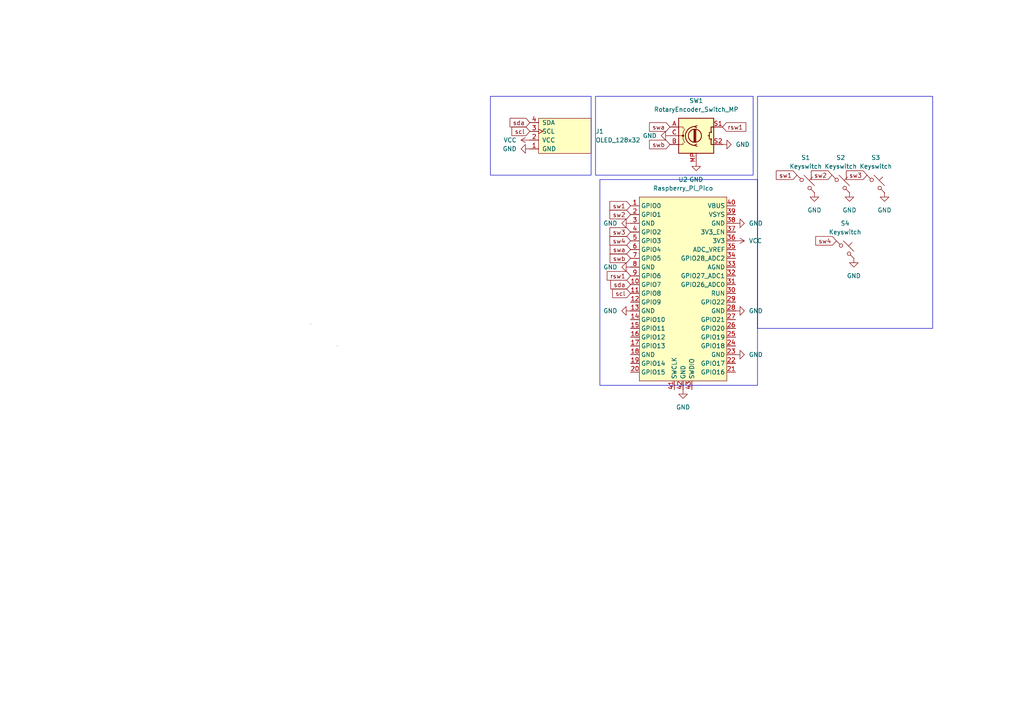
<source format=kicad_sch>
(kicad_sch
	(version 20250114)
	(generator "eeschema")
	(generator_version "9.0")
	(uuid "37873a99-26db-49f8-a232-87bd314608ad")
	(paper "A4")
	(lib_symbols
		(symbol "Device:RotaryEncoder_Switch_MP"
			(pin_names
				(offset 0.254)
				(hide yes)
			)
			(exclude_from_sim no)
			(in_bom yes)
			(on_board yes)
			(property "Reference" "SW"
				(at 0 8.89 0)
				(effects
					(font
						(size 1.27 1.27)
					)
				)
			)
			(property "Value" "RotaryEncoder_Switch_MP"
				(at 0 6.35 0)
				(effects
					(font
						(size 1.27 1.27)
					)
				)
			)
			(property "Footprint" ""
				(at -3.81 4.064 0)
				(effects
					(font
						(size 1.27 1.27)
					)
					(hide yes)
				)
			)
			(property "Datasheet" "~"
				(at 0 -12.7 0)
				(effects
					(font
						(size 1.27 1.27)
					)
					(hide yes)
				)
			)
			(property "Description" "Rotary encoder, dual channel, incremental quadrate outputs, with switch and MP Pin"
				(at 0 -15.24 0)
				(effects
					(font
						(size 1.27 1.27)
					)
					(hide yes)
				)
			)
			(property "ki_keywords" "rotary switch encoder switch push button"
				(at 0 0 0)
				(effects
					(font
						(size 1.27 1.27)
					)
					(hide yes)
				)
			)
			(property "ki_fp_filters" "RotaryEncoder*Switch*"
				(at 0 0 0)
				(effects
					(font
						(size 1.27 1.27)
					)
					(hide yes)
				)
			)
			(symbol "RotaryEncoder_Switch_MP_0_1"
				(rectangle
					(start -5.08 5.08)
					(end 5.08 -5.08)
					(stroke
						(width 0.254)
						(type default)
					)
					(fill
						(type background)
					)
				)
				(polyline
					(pts
						(xy -5.08 2.54) (xy -3.81 2.54) (xy -3.81 2.032)
					)
					(stroke
						(width 0)
						(type default)
					)
					(fill
						(type none)
					)
				)
				(polyline
					(pts
						(xy -5.08 0) (xy -3.81 0) (xy -3.81 -1.016) (xy -3.302 -2.032)
					)
					(stroke
						(width 0)
						(type default)
					)
					(fill
						(type none)
					)
				)
				(polyline
					(pts
						(xy -5.08 -2.54) (xy -3.81 -2.54) (xy -3.81 -2.032)
					)
					(stroke
						(width 0)
						(type default)
					)
					(fill
						(type none)
					)
				)
				(polyline
					(pts
						(xy -4.318 0) (xy -3.81 0) (xy -3.81 1.016) (xy -3.302 2.032)
					)
					(stroke
						(width 0)
						(type default)
					)
					(fill
						(type none)
					)
				)
				(circle
					(center -3.81 0)
					(radius 0.254)
					(stroke
						(width 0)
						(type default)
					)
					(fill
						(type outline)
					)
				)
				(polyline
					(pts
						(xy -0.635 -1.778) (xy -0.635 1.778)
					)
					(stroke
						(width 0.254)
						(type default)
					)
					(fill
						(type none)
					)
				)
				(circle
					(center -0.381 0)
					(radius 1.905)
					(stroke
						(width 0.254)
						(type default)
					)
					(fill
						(type none)
					)
				)
				(polyline
					(pts
						(xy -0.381 -1.778) (xy -0.381 1.778)
					)
					(stroke
						(width 0.254)
						(type default)
					)
					(fill
						(type none)
					)
				)
				(arc
					(start -0.381 -2.794)
					(mid -3.0988 -0.0635)
					(end -0.381 2.667)
					(stroke
						(width 0.254)
						(type default)
					)
					(fill
						(type none)
					)
				)
				(polyline
					(pts
						(xy -0.127 1.778) (xy -0.127 -1.778)
					)
					(stroke
						(width 0.254)
						(type default)
					)
					(fill
						(type none)
					)
				)
				(polyline
					(pts
						(xy 0.254 2.921) (xy -0.508 2.667) (xy 0.127 2.286)
					)
					(stroke
						(width 0.254)
						(type default)
					)
					(fill
						(type none)
					)
				)
				(polyline
					(pts
						(xy 0.254 -3.048) (xy -0.508 -2.794) (xy 0.127 -2.413)
					)
					(stroke
						(width 0.254)
						(type default)
					)
					(fill
						(type none)
					)
				)
				(polyline
					(pts
						(xy 3.81 1.016) (xy 3.81 -1.016)
					)
					(stroke
						(width 0.254)
						(type default)
					)
					(fill
						(type none)
					)
				)
				(polyline
					(pts
						(xy 3.81 0) (xy 3.429 0)
					)
					(stroke
						(width 0.254)
						(type default)
					)
					(fill
						(type none)
					)
				)
				(circle
					(center 4.318 1.016)
					(radius 0.127)
					(stroke
						(width 0.254)
						(type default)
					)
					(fill
						(type none)
					)
				)
				(circle
					(center 4.318 -1.016)
					(radius 0.127)
					(stroke
						(width 0.254)
						(type default)
					)
					(fill
						(type none)
					)
				)
				(polyline
					(pts
						(xy 5.08 2.54) (xy 4.318 2.54) (xy 4.318 1.016)
					)
					(stroke
						(width 0.254)
						(type default)
					)
					(fill
						(type none)
					)
				)
				(polyline
					(pts
						(xy 5.08 -2.54) (xy 4.318 -2.54) (xy 4.318 -1.016)
					)
					(stroke
						(width 0.254)
						(type default)
					)
					(fill
						(type none)
					)
				)
			)
			(symbol "RotaryEncoder_Switch_MP_1_1"
				(pin passive line
					(at -7.62 2.54 0)
					(length 2.54)
					(name "A"
						(effects
							(font
								(size 1.27 1.27)
							)
						)
					)
					(number "A"
						(effects
							(font
								(size 1.27 1.27)
							)
						)
					)
				)
				(pin passive line
					(at -7.62 0 0)
					(length 2.54)
					(name "C"
						(effects
							(font
								(size 1.27 1.27)
							)
						)
					)
					(number "C"
						(effects
							(font
								(size 1.27 1.27)
							)
						)
					)
				)
				(pin passive line
					(at -7.62 -2.54 0)
					(length 2.54)
					(name "B"
						(effects
							(font
								(size 1.27 1.27)
							)
						)
					)
					(number "B"
						(effects
							(font
								(size 1.27 1.27)
							)
						)
					)
				)
				(pin passive line
					(at 0 -7.62 90)
					(length 2.54)
					(name "MP"
						(effects
							(font
								(size 1.27 1.27)
							)
						)
					)
					(number "MP"
						(effects
							(font
								(size 1.27 1.27)
							)
						)
					)
				)
				(pin passive line
					(at 7.62 2.54 180)
					(length 2.54)
					(name "S1"
						(effects
							(font
								(size 1.27 1.27)
							)
						)
					)
					(number "S1"
						(effects
							(font
								(size 1.27 1.27)
							)
						)
					)
				)
				(pin passive line
					(at 7.62 -2.54 180)
					(length 2.54)
					(name "S2"
						(effects
							(font
								(size 1.27 1.27)
							)
						)
					)
					(number "S2"
						(effects
							(font
								(size 1.27 1.27)
							)
						)
					)
				)
			)
			(embedded_fonts no)
		)
		(symbol "ScottoKeebs:MCU_Raspberry_Pi_Pico"
			(exclude_from_sim no)
			(in_bom yes)
			(on_board yes)
			(property "Reference" "U"
				(at 0 0 0)
				(effects
					(font
						(size 1.27 1.27)
					)
				)
			)
			(property "Value" "Raspberry_Pi_Pico"
				(at 0 27.94 0)
				(effects
					(font
						(size 1.27 1.27)
					)
				)
			)
			(property "Footprint" "ScottoKeebs_MCU:Raspberry_Pi_Pico"
				(at 0 30.48 0)
				(effects
					(font
						(size 1.27 1.27)
					)
					(hide yes)
				)
			)
			(property "Datasheet" ""
				(at 0 0 0)
				(effects
					(font
						(size 1.27 1.27)
					)
					(hide yes)
				)
			)
			(property "Description" ""
				(at 0 0 0)
				(effects
					(font
						(size 1.27 1.27)
					)
					(hide yes)
				)
			)
			(symbol "MCU_Raspberry_Pi_Pico_0_1"
				(rectangle
					(start -12.7 26.67)
					(end 12.7 -26.67)
					(stroke
						(width 0)
						(type default)
					)
					(fill
						(type background)
					)
				)
			)
			(symbol "MCU_Raspberry_Pi_Pico_1_1"
				(pin bidirectional line
					(at -15.24 24.13 0)
					(length 2.54)
					(name "GPIO0"
						(effects
							(font
								(size 1.27 1.27)
							)
						)
					)
					(number "1"
						(effects
							(font
								(size 1.27 1.27)
							)
						)
					)
				)
				(pin bidirectional line
					(at -15.24 21.59 0)
					(length 2.54)
					(name "GPIO1"
						(effects
							(font
								(size 1.27 1.27)
							)
						)
					)
					(number "2"
						(effects
							(font
								(size 1.27 1.27)
							)
						)
					)
				)
				(pin power_in line
					(at -15.24 19.05 0)
					(length 2.54)
					(name "GND"
						(effects
							(font
								(size 1.27 1.27)
							)
						)
					)
					(number "3"
						(effects
							(font
								(size 1.27 1.27)
							)
						)
					)
				)
				(pin bidirectional line
					(at -15.24 16.51 0)
					(length 2.54)
					(name "GPIO2"
						(effects
							(font
								(size 1.27 1.27)
							)
						)
					)
					(number "4"
						(effects
							(font
								(size 1.27 1.27)
							)
						)
					)
				)
				(pin bidirectional line
					(at -15.24 13.97 0)
					(length 2.54)
					(name "GPIO3"
						(effects
							(font
								(size 1.27 1.27)
							)
						)
					)
					(number "5"
						(effects
							(font
								(size 1.27 1.27)
							)
						)
					)
				)
				(pin bidirectional line
					(at -15.24 11.43 0)
					(length 2.54)
					(name "GPIO4"
						(effects
							(font
								(size 1.27 1.27)
							)
						)
					)
					(number "6"
						(effects
							(font
								(size 1.27 1.27)
							)
						)
					)
				)
				(pin bidirectional line
					(at -15.24 8.89 0)
					(length 2.54)
					(name "GPIO5"
						(effects
							(font
								(size 1.27 1.27)
							)
						)
					)
					(number "7"
						(effects
							(font
								(size 1.27 1.27)
							)
						)
					)
				)
				(pin power_in line
					(at -15.24 6.35 0)
					(length 2.54)
					(name "GND"
						(effects
							(font
								(size 1.27 1.27)
							)
						)
					)
					(number "8"
						(effects
							(font
								(size 1.27 1.27)
							)
						)
					)
				)
				(pin bidirectional line
					(at -15.24 3.81 0)
					(length 2.54)
					(name "GPIO6"
						(effects
							(font
								(size 1.27 1.27)
							)
						)
					)
					(number "9"
						(effects
							(font
								(size 1.27 1.27)
							)
						)
					)
				)
				(pin bidirectional line
					(at -15.24 1.27 0)
					(length 2.54)
					(name "GPIO7"
						(effects
							(font
								(size 1.27 1.27)
							)
						)
					)
					(number "10"
						(effects
							(font
								(size 1.27 1.27)
							)
						)
					)
				)
				(pin bidirectional line
					(at -15.24 -1.27 0)
					(length 2.54)
					(name "GPIO8"
						(effects
							(font
								(size 1.27 1.27)
							)
						)
					)
					(number "11"
						(effects
							(font
								(size 1.27 1.27)
							)
						)
					)
				)
				(pin bidirectional line
					(at -15.24 -3.81 0)
					(length 2.54)
					(name "GPIO9"
						(effects
							(font
								(size 1.27 1.27)
							)
						)
					)
					(number "12"
						(effects
							(font
								(size 1.27 1.27)
							)
						)
					)
				)
				(pin power_in line
					(at -15.24 -6.35 0)
					(length 2.54)
					(name "GND"
						(effects
							(font
								(size 1.27 1.27)
							)
						)
					)
					(number "13"
						(effects
							(font
								(size 1.27 1.27)
							)
						)
					)
				)
				(pin bidirectional line
					(at -15.24 -8.89 0)
					(length 2.54)
					(name "GPIO10"
						(effects
							(font
								(size 1.27 1.27)
							)
						)
					)
					(number "14"
						(effects
							(font
								(size 1.27 1.27)
							)
						)
					)
				)
				(pin bidirectional line
					(at -15.24 -11.43 0)
					(length 2.54)
					(name "GPIO11"
						(effects
							(font
								(size 1.27 1.27)
							)
						)
					)
					(number "15"
						(effects
							(font
								(size 1.27 1.27)
							)
						)
					)
				)
				(pin bidirectional line
					(at -15.24 -13.97 0)
					(length 2.54)
					(name "GPIO12"
						(effects
							(font
								(size 1.27 1.27)
							)
						)
					)
					(number "16"
						(effects
							(font
								(size 1.27 1.27)
							)
						)
					)
				)
				(pin bidirectional line
					(at -15.24 -16.51 0)
					(length 2.54)
					(name "GPIO13"
						(effects
							(font
								(size 1.27 1.27)
							)
						)
					)
					(number "17"
						(effects
							(font
								(size 1.27 1.27)
							)
						)
					)
				)
				(pin power_in line
					(at -15.24 -19.05 0)
					(length 2.54)
					(name "GND"
						(effects
							(font
								(size 1.27 1.27)
							)
						)
					)
					(number "18"
						(effects
							(font
								(size 1.27 1.27)
							)
						)
					)
				)
				(pin bidirectional line
					(at -15.24 -21.59 0)
					(length 2.54)
					(name "GPIO14"
						(effects
							(font
								(size 1.27 1.27)
							)
						)
					)
					(number "19"
						(effects
							(font
								(size 1.27 1.27)
							)
						)
					)
				)
				(pin bidirectional line
					(at -15.24 -24.13 0)
					(length 2.54)
					(name "GPIO15"
						(effects
							(font
								(size 1.27 1.27)
							)
						)
					)
					(number "20"
						(effects
							(font
								(size 1.27 1.27)
							)
						)
					)
				)
				(pin input line
					(at -2.54 -29.21 90)
					(length 2.54)
					(name "SWCLK"
						(effects
							(font
								(size 1.27 1.27)
							)
						)
					)
					(number "41"
						(effects
							(font
								(size 1.27 1.27)
							)
						)
					)
				)
				(pin power_in line
					(at 0 -29.21 90)
					(length 2.54)
					(name "GND"
						(effects
							(font
								(size 1.27 1.27)
							)
						)
					)
					(number "42"
						(effects
							(font
								(size 1.27 1.27)
							)
						)
					)
				)
				(pin bidirectional line
					(at 2.54 -29.21 90)
					(length 2.54)
					(name "SWDIO"
						(effects
							(font
								(size 1.27 1.27)
							)
						)
					)
					(number "43"
						(effects
							(font
								(size 1.27 1.27)
							)
						)
					)
				)
				(pin power_in line
					(at 15.24 24.13 180)
					(length 2.54)
					(name "VBUS"
						(effects
							(font
								(size 1.27 1.27)
							)
						)
					)
					(number "40"
						(effects
							(font
								(size 1.27 1.27)
							)
						)
					)
				)
				(pin power_in line
					(at 15.24 21.59 180)
					(length 2.54)
					(name "VSYS"
						(effects
							(font
								(size 1.27 1.27)
							)
						)
					)
					(number "39"
						(effects
							(font
								(size 1.27 1.27)
							)
						)
					)
				)
				(pin bidirectional line
					(at 15.24 19.05 180)
					(length 2.54)
					(name "GND"
						(effects
							(font
								(size 1.27 1.27)
							)
						)
					)
					(number "38"
						(effects
							(font
								(size 1.27 1.27)
							)
						)
					)
				)
				(pin input line
					(at 15.24 16.51 180)
					(length 2.54)
					(name "3V3_EN"
						(effects
							(font
								(size 1.27 1.27)
							)
						)
					)
					(number "37"
						(effects
							(font
								(size 1.27 1.27)
							)
						)
					)
				)
				(pin power_in line
					(at 15.24 13.97 180)
					(length 2.54)
					(name "3V3"
						(effects
							(font
								(size 1.27 1.27)
							)
						)
					)
					(number "36"
						(effects
							(font
								(size 1.27 1.27)
							)
						)
					)
				)
				(pin power_in line
					(at 15.24 11.43 180)
					(length 2.54)
					(name "ADC_VREF"
						(effects
							(font
								(size 1.27 1.27)
							)
						)
					)
					(number "35"
						(effects
							(font
								(size 1.27 1.27)
							)
						)
					)
				)
				(pin bidirectional line
					(at 15.24 8.89 180)
					(length 2.54)
					(name "GPIO28_ADC2"
						(effects
							(font
								(size 1.27 1.27)
							)
						)
					)
					(number "34"
						(effects
							(font
								(size 1.27 1.27)
							)
						)
					)
				)
				(pin power_in line
					(at 15.24 6.35 180)
					(length 2.54)
					(name "AGND"
						(effects
							(font
								(size 1.27 1.27)
							)
						)
					)
					(number "33"
						(effects
							(font
								(size 1.27 1.27)
							)
						)
					)
				)
				(pin bidirectional line
					(at 15.24 3.81 180)
					(length 2.54)
					(name "GPIO27_ADC1"
						(effects
							(font
								(size 1.27 1.27)
							)
						)
					)
					(number "32"
						(effects
							(font
								(size 1.27 1.27)
							)
						)
					)
				)
				(pin bidirectional line
					(at 15.24 1.27 180)
					(length 2.54)
					(name "GPIO26_ADC0"
						(effects
							(font
								(size 1.27 1.27)
							)
						)
					)
					(number "31"
						(effects
							(font
								(size 1.27 1.27)
							)
						)
					)
				)
				(pin input line
					(at 15.24 -1.27 180)
					(length 2.54)
					(name "RUN"
						(effects
							(font
								(size 1.27 1.27)
							)
						)
					)
					(number "30"
						(effects
							(font
								(size 1.27 1.27)
							)
						)
					)
				)
				(pin bidirectional line
					(at 15.24 -3.81 180)
					(length 2.54)
					(name "GPIO22"
						(effects
							(font
								(size 1.27 1.27)
							)
						)
					)
					(number "29"
						(effects
							(font
								(size 1.27 1.27)
							)
						)
					)
				)
				(pin power_in line
					(at 15.24 -6.35 180)
					(length 2.54)
					(name "GND"
						(effects
							(font
								(size 1.27 1.27)
							)
						)
					)
					(number "28"
						(effects
							(font
								(size 1.27 1.27)
							)
						)
					)
				)
				(pin bidirectional line
					(at 15.24 -8.89 180)
					(length 2.54)
					(name "GPIO21"
						(effects
							(font
								(size 1.27 1.27)
							)
						)
					)
					(number "27"
						(effects
							(font
								(size 1.27 1.27)
							)
						)
					)
				)
				(pin bidirectional line
					(at 15.24 -11.43 180)
					(length 2.54)
					(name "GPIO20"
						(effects
							(font
								(size 1.27 1.27)
							)
						)
					)
					(number "26"
						(effects
							(font
								(size 1.27 1.27)
							)
						)
					)
				)
				(pin bidirectional line
					(at 15.24 -13.97 180)
					(length 2.54)
					(name "GPIO19"
						(effects
							(font
								(size 1.27 1.27)
							)
						)
					)
					(number "25"
						(effects
							(font
								(size 1.27 1.27)
							)
						)
					)
				)
				(pin bidirectional line
					(at 15.24 -16.51 180)
					(length 2.54)
					(name "GPIO18"
						(effects
							(font
								(size 1.27 1.27)
							)
						)
					)
					(number "24"
						(effects
							(font
								(size 1.27 1.27)
							)
						)
					)
				)
				(pin power_in line
					(at 15.24 -19.05 180)
					(length 2.54)
					(name "GND"
						(effects
							(font
								(size 1.27 1.27)
							)
						)
					)
					(number "23"
						(effects
							(font
								(size 1.27 1.27)
							)
						)
					)
				)
				(pin bidirectional line
					(at 15.24 -21.59 180)
					(length 2.54)
					(name "GPIO17"
						(effects
							(font
								(size 1.27 1.27)
							)
						)
					)
					(number "22"
						(effects
							(font
								(size 1.27 1.27)
							)
						)
					)
				)
				(pin bidirectional line
					(at 15.24 -24.13 180)
					(length 2.54)
					(name "GPIO16"
						(effects
							(font
								(size 1.27 1.27)
							)
						)
					)
					(number "21"
						(effects
							(font
								(size 1.27 1.27)
							)
						)
					)
				)
			)
			(embedded_fonts no)
		)
		(symbol "ScottoKeebs:OLED_128x32"
			(pin_names
				(offset 1.016)
			)
			(exclude_from_sim no)
			(in_bom yes)
			(on_board yes)
			(property "Reference" "J"
				(at 0 -6.35 0)
				(effects
					(font
						(size 1.27 1.27)
					)
				)
			)
			(property "Value" "OLED_128x32"
				(at 0 6.35 0)
				(effects
					(font
						(size 1.27 1.27)
					)
				)
			)
			(property "Footprint" "ScottoKeebs_Components:OLED_128x32"
				(at 0 8.89 0)
				(effects
					(font
						(size 1.27 1.27)
					)
					(hide yes)
				)
			)
			(property "Datasheet" ""
				(at 0 1.27 0)
				(effects
					(font
						(size 1.27 1.27)
					)
					(hide yes)
				)
			)
			(property "Description" ""
				(at 0 0 0)
				(effects
					(font
						(size 1.27 1.27)
					)
					(hide yes)
				)
			)
			(symbol "OLED_128x32_0_1"
				(rectangle
					(start 0 5.08)
					(end 15.24 -5.08)
					(stroke
						(width 0)
						(type default)
					)
					(fill
						(type background)
					)
				)
			)
			(symbol "OLED_128x32_1_1"
				(pin bidirectional line
					(at -2.54 3.81 0)
					(length 2.54)
					(name "SDA"
						(effects
							(font
								(size 1.27 1.27)
							)
						)
					)
					(number "4"
						(effects
							(font
								(size 1.27 1.27)
							)
						)
					)
				)
				(pin input clock
					(at -2.54 1.27 0)
					(length 2.54)
					(name "SCL"
						(effects
							(font
								(size 1.27 1.27)
							)
						)
					)
					(number "3"
						(effects
							(font
								(size 1.27 1.27)
							)
						)
					)
				)
				(pin power_in line
					(at -2.54 -1.27 0)
					(length 2.54)
					(name "VCC"
						(effects
							(font
								(size 1.27 1.27)
							)
						)
					)
					(number "2"
						(effects
							(font
								(size 1.27 1.27)
							)
						)
					)
				)
				(pin power_in line
					(at -2.54 -3.81 0)
					(length 2.54)
					(name "GND"
						(effects
							(font
								(size 1.27 1.27)
							)
						)
					)
					(number "1"
						(effects
							(font
								(size 1.27 1.27)
							)
						)
					)
				)
			)
			(embedded_fonts no)
		)
		(symbol "ScottoKeebs:Placeholder_Keyswitch"
			(pin_numbers
				(hide yes)
			)
			(pin_names
				(offset 1.016)
				(hide yes)
			)
			(exclude_from_sim no)
			(in_bom yes)
			(on_board yes)
			(property "Reference" "S"
				(at 3.048 1.016 0)
				(effects
					(font
						(size 1.27 1.27)
					)
					(justify left)
				)
			)
			(property "Value" "Keyswitch"
				(at 0 -3.81 0)
				(effects
					(font
						(size 1.27 1.27)
					)
				)
			)
			(property "Footprint" ""
				(at 0 0 0)
				(effects
					(font
						(size 1.27 1.27)
					)
					(hide yes)
				)
			)
			(property "Datasheet" "~"
				(at 0 0 0)
				(effects
					(font
						(size 1.27 1.27)
					)
					(hide yes)
				)
			)
			(property "Description" "Push button switch, normally open, two pins, 45° tilted"
				(at 0 0 0)
				(effects
					(font
						(size 1.27 1.27)
					)
					(hide yes)
				)
			)
			(property "ki_keywords" "switch normally-open pushbutton push-button"
				(at 0 0 0)
				(effects
					(font
						(size 1.27 1.27)
					)
					(hide yes)
				)
			)
			(symbol "Placeholder_Keyswitch_0_1"
				(polyline
					(pts
						(xy -2.54 2.54) (xy -1.524 1.524) (xy -1.524 1.524)
					)
					(stroke
						(width 0)
						(type default)
					)
					(fill
						(type none)
					)
				)
				(circle
					(center -1.1684 1.1684)
					(radius 0.508)
					(stroke
						(width 0)
						(type default)
					)
					(fill
						(type none)
					)
				)
				(polyline
					(pts
						(xy -0.508 2.54) (xy 2.54 -0.508)
					)
					(stroke
						(width 0)
						(type default)
					)
					(fill
						(type none)
					)
				)
				(polyline
					(pts
						(xy 1.016 1.016) (xy 2.032 2.032)
					)
					(stroke
						(width 0)
						(type default)
					)
					(fill
						(type none)
					)
				)
				(circle
					(center 1.143 -1.1938)
					(radius 0.508)
					(stroke
						(width 0)
						(type default)
					)
					(fill
						(type none)
					)
				)
				(polyline
					(pts
						(xy 1.524 -1.524) (xy 2.54 -2.54) (xy 2.54 -2.54) (xy 2.54 -2.54)
					)
					(stroke
						(width 0)
						(type default)
					)
					(fill
						(type none)
					)
				)
				(pin passive line
					(at -2.54 2.54 0)
					(length 0)
					(name "1"
						(effects
							(font
								(size 1.27 1.27)
							)
						)
					)
					(number "1"
						(effects
							(font
								(size 1.27 1.27)
							)
						)
					)
				)
				(pin passive line
					(at 2.54 -2.54 180)
					(length 0)
					(name "2"
						(effects
							(font
								(size 1.27 1.27)
							)
						)
					)
					(number "2"
						(effects
							(font
								(size 1.27 1.27)
							)
						)
					)
				)
			)
			(embedded_fonts no)
		)
		(symbol "power:GND"
			(power)
			(pin_numbers
				(hide yes)
			)
			(pin_names
				(offset 0)
				(hide yes)
			)
			(exclude_from_sim no)
			(in_bom yes)
			(on_board yes)
			(property "Reference" "#PWR"
				(at 0 -6.35 0)
				(effects
					(font
						(size 1.27 1.27)
					)
					(hide yes)
				)
			)
			(property "Value" "GND"
				(at 0 -3.81 0)
				(effects
					(font
						(size 1.27 1.27)
					)
				)
			)
			(property "Footprint" ""
				(at 0 0 0)
				(effects
					(font
						(size 1.27 1.27)
					)
					(hide yes)
				)
			)
			(property "Datasheet" ""
				(at 0 0 0)
				(effects
					(font
						(size 1.27 1.27)
					)
					(hide yes)
				)
			)
			(property "Description" "Power symbol creates a global label with name \"GND\" , ground"
				(at 0 0 0)
				(effects
					(font
						(size 1.27 1.27)
					)
					(hide yes)
				)
			)
			(property "ki_keywords" "global power"
				(at 0 0 0)
				(effects
					(font
						(size 1.27 1.27)
					)
					(hide yes)
				)
			)
			(symbol "GND_0_1"
				(polyline
					(pts
						(xy 0 0) (xy 0 -1.27) (xy 1.27 -1.27) (xy 0 -2.54) (xy -1.27 -1.27) (xy 0 -1.27)
					)
					(stroke
						(width 0)
						(type default)
					)
					(fill
						(type none)
					)
				)
			)
			(symbol "GND_1_1"
				(pin power_in line
					(at 0 0 270)
					(length 0)
					(name "~"
						(effects
							(font
								(size 1.27 1.27)
							)
						)
					)
					(number "1"
						(effects
							(font
								(size 1.27 1.27)
							)
						)
					)
				)
			)
			(embedded_fonts no)
		)
		(symbol "power:VCC"
			(power)
			(pin_numbers
				(hide yes)
			)
			(pin_names
				(offset 0)
				(hide yes)
			)
			(exclude_from_sim no)
			(in_bom yes)
			(on_board yes)
			(property "Reference" "#PWR"
				(at 0 -3.81 0)
				(effects
					(font
						(size 1.27 1.27)
					)
					(hide yes)
				)
			)
			(property "Value" "VCC"
				(at 0 3.556 0)
				(effects
					(font
						(size 1.27 1.27)
					)
				)
			)
			(property "Footprint" ""
				(at 0 0 0)
				(effects
					(font
						(size 1.27 1.27)
					)
					(hide yes)
				)
			)
			(property "Datasheet" ""
				(at 0 0 0)
				(effects
					(font
						(size 1.27 1.27)
					)
					(hide yes)
				)
			)
			(property "Description" "Power symbol creates a global label with name \"VCC\""
				(at 0 0 0)
				(effects
					(font
						(size 1.27 1.27)
					)
					(hide yes)
				)
			)
			(property "ki_keywords" "global power"
				(at 0 0 0)
				(effects
					(font
						(size 1.27 1.27)
					)
					(hide yes)
				)
			)
			(symbol "VCC_0_1"
				(polyline
					(pts
						(xy -0.762 1.27) (xy 0 2.54)
					)
					(stroke
						(width 0)
						(type default)
					)
					(fill
						(type none)
					)
				)
				(polyline
					(pts
						(xy 0 2.54) (xy 0.762 1.27)
					)
					(stroke
						(width 0)
						(type default)
					)
					(fill
						(type none)
					)
				)
				(polyline
					(pts
						(xy 0 0) (xy 0 2.54)
					)
					(stroke
						(width 0)
						(type default)
					)
					(fill
						(type none)
					)
				)
			)
			(symbol "VCC_1_1"
				(pin power_in line
					(at 0 0 90)
					(length 0)
					(name "~"
						(effects
							(font
								(size 1.27 1.27)
							)
						)
					)
					(number "1"
						(effects
							(font
								(size 1.27 1.27)
							)
						)
					)
				)
			)
			(embedded_fonts no)
		)
	)
	(rectangle
		(start 142.24 27.94)
		(end 171.45 50.8)
		(stroke
			(width 0)
			(type default)
		)
		(fill
			(type none)
		)
		(uuid 0659e053-306a-4450-a6c3-4f4654a0ebdf)
	)
	(rectangle
		(start 172.72 27.94)
		(end 218.44 50.8)
		(stroke
			(width 0)
			(type default)
		)
		(fill
			(type none)
		)
		(uuid 2c78669b-b624-4b16-bffc-f857f19631d7)
	)
	(rectangle
		(start 173.99 52.0701)
		(end 219.71 111.7599)
		(stroke
			(width 0)
			(type default)
		)
		(fill
			(type none)
		)
		(uuid 30bf6463-87c3-48a3-86ef-34bddca8fc38)
	)
	(rectangle
		(start 90.17 93.98)
		(end 90.17 93.98)
		(stroke
			(width 0)
			(type default)
		)
		(fill
			(type none)
		)
		(uuid 3ec89a50-d5cc-43c5-a054-7b5b68a6d9d6)
	)
	(rectangle
		(start 219.71 27.94)
		(end 270.51 95.25)
		(stroke
			(width 0)
			(type default)
		)
		(fill
			(type none)
		)
		(uuid 93efb3b9-0878-4103-b09d-de88628aebe8)
	)
	(rectangle
		(start 97.79 100.33)
		(end 97.79 100.33)
		(stroke
			(width 0)
			(type default)
		)
		(fill
			(type none)
		)
		(uuid b0ba5110-e52f-4a92-976c-e35ce03b28ad)
	)
	(global_label "sda"
		(shape input)
		(at 182.88 82.55 180)
		(fields_autoplaced yes)
		(effects
			(font
				(size 1.27 1.27)
			)
			(justify right)
		)
		(uuid "00a95a12-a485-4f17-b63b-2881e695bacb")
		(property "Intersheetrefs" "${INTERSHEET_REFS}"
			(at 176.5687 82.55 0)
			(effects
				(font
					(size 1.27 1.27)
				)
				(justify right)
				(hide yes)
			)
		)
	)
	(global_label "sw3"
		(shape input)
		(at 251.46 50.8 180)
		(fields_autoplaced yes)
		(effects
			(font
				(size 1.27 1.27)
			)
			(justify right)
		)
		(uuid "1290d4fe-bad0-4622-b053-dcd1219971d6")
		(property "Intersheetrefs" "${INTERSHEET_REFS}"
			(at 244.9067 50.8 0)
			(effects
				(font
					(size 1.27 1.27)
				)
				(justify right)
				(hide yes)
			)
		)
	)
	(global_label "swb"
		(shape input)
		(at 194.31 41.91 180)
		(fields_autoplaced yes)
		(effects
			(font
				(size 1.27 1.27)
			)
			(justify right)
		)
		(uuid "17c9afb4-3c04-44ef-b148-dec672c65886")
		(property "Intersheetrefs" "${INTERSHEET_REFS}"
			(at 187.8172 41.91 0)
			(effects
				(font
					(size 1.27 1.27)
				)
				(justify right)
				(hide yes)
			)
		)
	)
	(global_label "swa"
		(shape input)
		(at 194.31 36.83 180)
		(fields_autoplaced yes)
		(effects
			(font
				(size 1.27 1.27)
			)
			(justify right)
		)
		(uuid "29b15e78-8e82-4379-9689-caed7929fa4c")
		(property "Intersheetrefs" "${INTERSHEET_REFS}"
			(at 187.8172 36.83 0)
			(effects
				(font
					(size 1.27 1.27)
				)
				(justify right)
				(hide yes)
			)
		)
	)
	(global_label "scl"
		(shape input)
		(at 182.88 85.09 180)
		(fields_autoplaced yes)
		(effects
			(font
				(size 1.27 1.27)
			)
			(justify right)
		)
		(uuid "367efe1f-03cb-46e6-aef0-963158cffa1d")
		(property "Intersheetrefs" "${INTERSHEET_REFS}"
			(at 177.1129 85.09 0)
			(effects
				(font
					(size 1.27 1.27)
				)
				(justify right)
				(hide yes)
			)
		)
	)
	(global_label "rsw1"
		(shape input)
		(at 182.88 80.01 180)
		(fields_autoplaced yes)
		(effects
			(font
				(size 1.27 1.27)
			)
			(justify right)
		)
		(uuid "38057b21-a199-4c78-8d81-6d9cd5fde7b9")
		(property "Intersheetrefs" "${INTERSHEET_REFS}"
			(at 175.5405 80.01 0)
			(effects
				(font
					(size 1.27 1.27)
				)
				(justify right)
				(hide yes)
			)
		)
	)
	(global_label "swa"
		(shape input)
		(at 182.88 72.39 180)
		(fields_autoplaced yes)
		(effects
			(font
				(size 1.27 1.27)
			)
			(justify right)
		)
		(uuid "53fda811-f9fb-487a-a0e4-7aff0eceac49")
		(property "Intersheetrefs" "${INTERSHEET_REFS}"
			(at 176.3872 72.39 0)
			(effects
				(font
					(size 1.27 1.27)
				)
				(justify right)
				(hide yes)
			)
		)
	)
	(global_label "rsw1"
		(shape input)
		(at 209.55 36.83 0)
		(fields_autoplaced yes)
		(effects
			(font
				(size 1.27 1.27)
			)
			(justify left)
		)
		(uuid "8376504e-8036-40f0-af4a-8e10964a8a3b")
		(property "Intersheetrefs" "${INTERSHEET_REFS}"
			(at 216.8895 36.83 0)
			(effects
				(font
					(size 1.27 1.27)
				)
				(justify left)
				(hide yes)
			)
		)
	)
	(global_label "swb"
		(shape input)
		(at 182.88 74.93 180)
		(fields_autoplaced yes)
		(effects
			(font
				(size 1.27 1.27)
			)
			(justify right)
		)
		(uuid "95e2f9ea-f6bd-45cb-962c-a5532cf52743")
		(property "Intersheetrefs" "${INTERSHEET_REFS}"
			(at 176.3872 74.93 0)
			(effects
				(font
					(size 1.27 1.27)
				)
				(justify right)
				(hide yes)
			)
		)
	)
	(global_label "sw2"
		(shape input)
		(at 182.88 62.23 180)
		(fields_autoplaced yes)
		(effects
			(font
				(size 1.27 1.27)
			)
			(justify right)
		)
		(uuid "b3cd6c62-f5b5-44ae-9ffc-b1b3eb9a45be")
		(property "Intersheetrefs" "${INTERSHEET_REFS}"
			(at 176.3267 62.23 0)
			(effects
				(font
					(size 1.27 1.27)
				)
				(justify right)
				(hide yes)
			)
		)
	)
	(global_label "sda"
		(shape input)
		(at 153.67 35.56 180)
		(fields_autoplaced yes)
		(effects
			(font
				(size 1.27 1.27)
			)
			(justify right)
		)
		(uuid "b8b05586-21ca-4749-9862-e6ccacedc35d")
		(property "Intersheetrefs" "${INTERSHEET_REFS}"
			(at 147.3587 35.56 0)
			(effects
				(font
					(size 1.27 1.27)
				)
				(justify right)
				(hide yes)
			)
		)
	)
	(global_label "sw2"
		(shape input)
		(at 241.3 50.8 180)
		(fields_autoplaced yes)
		(effects
			(font
				(size 1.27 1.27)
			)
			(justify right)
		)
		(uuid "beddeb90-4ea4-4922-9e2a-86c526ce093c")
		(property "Intersheetrefs" "${INTERSHEET_REFS}"
			(at 234.7467 50.8 0)
			(effects
				(font
					(size 1.27 1.27)
				)
				(justify right)
				(hide yes)
			)
		)
	)
	(global_label "sw4"
		(shape input)
		(at 242.57 69.85 180)
		(fields_autoplaced yes)
		(effects
			(font
				(size 1.27 1.27)
			)
			(justify right)
		)
		(uuid "c8c11955-6ead-49e9-a793-a281a41559a8")
		(property "Intersheetrefs" "${INTERSHEET_REFS}"
			(at 236.0167 69.85 0)
			(effects
				(font
					(size 1.27 1.27)
				)
				(justify right)
				(hide yes)
			)
		)
	)
	(global_label "sw1"
		(shape input)
		(at 231.14 50.8 180)
		(fields_autoplaced yes)
		(effects
			(font
				(size 1.27 1.27)
			)
			(justify right)
		)
		(uuid "d325818c-e6d4-4602-99df-8581e5b0715c")
		(property "Intersheetrefs" "${INTERSHEET_REFS}"
			(at 224.5867 50.8 0)
			(effects
				(font
					(size 1.27 1.27)
				)
				(justify right)
				(hide yes)
			)
		)
	)
	(global_label "sw4"
		(shape input)
		(at 182.88 69.85 180)
		(fields_autoplaced yes)
		(effects
			(font
				(size 1.27 1.27)
			)
			(justify right)
		)
		(uuid "df67ac2b-9d03-4414-888c-8401fba9cd0b")
		(property "Intersheetrefs" "${INTERSHEET_REFS}"
			(at 176.3267 69.85 0)
			(effects
				(font
					(size 1.27 1.27)
				)
				(justify right)
				(hide yes)
			)
		)
	)
	(global_label "sw1"
		(shape input)
		(at 182.88 59.69 180)
		(fields_autoplaced yes)
		(effects
			(font
				(size 1.27 1.27)
			)
			(justify right)
		)
		(uuid "e42a08db-c177-413c-947f-0cef2b5900ec")
		(property "Intersheetrefs" "${INTERSHEET_REFS}"
			(at 176.3267 59.69 0)
			(effects
				(font
					(size 1.27 1.27)
				)
				(justify right)
				(hide yes)
			)
		)
	)
	(global_label "scl"
		(shape input)
		(at 153.67 38.1 180)
		(fields_autoplaced yes)
		(effects
			(font
				(size 1.27 1.27)
			)
			(justify right)
		)
		(uuid "ef138721-5e2f-452a-a8c4-0588ea365b65")
		(property "Intersheetrefs" "${INTERSHEET_REFS}"
			(at 147.9029 38.1 0)
			(effects
				(font
					(size 1.27 1.27)
				)
				(justify right)
				(hide yes)
			)
		)
	)
	(global_label "sw3"
		(shape input)
		(at 182.88 67.31 180)
		(fields_autoplaced yes)
		(effects
			(font
				(size 1.27 1.27)
			)
			(justify right)
		)
		(uuid "fb57f999-9d87-487b-aab7-0012965c45bb")
		(property "Intersheetrefs" "${INTERSHEET_REFS}"
			(at 176.3267 67.31 0)
			(effects
				(font
					(size 1.27 1.27)
				)
				(justify right)
				(hide yes)
			)
		)
	)
	(symbol
		(lib_id "ScottoKeebs:Placeholder_Keyswitch")
		(at 243.84 53.34 0)
		(unit 1)
		(exclude_from_sim no)
		(in_bom yes)
		(on_board yes)
		(dnp no)
		(fields_autoplaced yes)
		(uuid "08178a9d-7ea1-4080-bc20-b3f27dcafb29")
		(property "Reference" "S2"
			(at 243.84 45.72 0)
			(effects
				(font
					(size 1.27 1.27)
				)
			)
		)
		(property "Value" "Keyswitch"
			(at 243.84 48.26 0)
			(effects
				(font
					(size 1.27 1.27)
				)
			)
		)
		(property "Footprint" "ScottoKeebs_MX:MX_PCB_1.00u"
			(at 243.84 53.34 0)
			(effects
				(font
					(size 1.27 1.27)
				)
				(hide yes)
			)
		)
		(property "Datasheet" "~"
			(at 243.84 53.34 0)
			(effects
				(font
					(size 1.27 1.27)
				)
				(hide yes)
			)
		)
		(property "Description" "Push button switch, normally open, two pins, 45° tilted"
			(at 243.84 53.34 0)
			(effects
				(font
					(size 1.27 1.27)
				)
				(hide yes)
			)
		)
		(pin "1"
			(uuid "2ef5e380-fa40-45fa-9f90-4e68036f37c2")
		)
		(pin "2"
			(uuid "d8c7a16a-5848-4a0c-b99d-0a820c167e61")
		)
		(instances
			(project "6key pad"
				(path "/37873a99-26db-49f8-a232-87bd314608ad"
					(reference "S2")
					(unit 1)
				)
			)
		)
	)
	(symbol
		(lib_id "ScottoKeebs:Placeholder_Keyswitch")
		(at 233.68 53.34 0)
		(unit 1)
		(exclude_from_sim no)
		(in_bom yes)
		(on_board yes)
		(dnp no)
		(fields_autoplaced yes)
		(uuid "106ae058-79bc-4c83-97dd-3eceab06474a")
		(property "Reference" "S1"
			(at 233.68 45.72 0)
			(effects
				(font
					(size 1.27 1.27)
				)
			)
		)
		(property "Value" "Keyswitch"
			(at 233.68 48.26 0)
			(effects
				(font
					(size 1.27 1.27)
				)
			)
		)
		(property "Footprint" "ScottoKeebs_MX:MX_PCB_1.00u"
			(at 233.68 53.34 0)
			(effects
				(font
					(size 1.27 1.27)
				)
				(hide yes)
			)
		)
		(property "Datasheet" "~"
			(at 233.68 53.34 0)
			(effects
				(font
					(size 1.27 1.27)
				)
				(hide yes)
			)
		)
		(property "Description" "Push button switch, normally open, two pins, 45° tilted"
			(at 233.68 53.34 0)
			(effects
				(font
					(size 1.27 1.27)
				)
				(hide yes)
			)
		)
		(pin "1"
			(uuid "800a51d2-bae5-4be7-9ac8-1f5c22aac907")
		)
		(pin "2"
			(uuid "9dd5d114-d21e-42e5-8b37-b222af846545")
		)
		(instances
			(project ""
				(path "/37873a99-26db-49f8-a232-87bd314608ad"
					(reference "S1")
					(unit 1)
				)
			)
		)
	)
	(symbol
		(lib_id "power:GND")
		(at 182.88 77.47 270)
		(mirror x)
		(unit 1)
		(exclude_from_sim no)
		(in_bom yes)
		(on_board yes)
		(dnp no)
		(fields_autoplaced yes)
		(uuid "18a2cc88-1271-4a1d-bc30-487f73048a09")
		(property "Reference" "#PWR014"
			(at 176.53 77.47 0)
			(effects
				(font
					(size 1.27 1.27)
				)
				(hide yes)
			)
		)
		(property "Value" "GND"
			(at 179.07 77.4699 90)
			(effects
				(font
					(size 1.27 1.27)
				)
				(justify right)
			)
		)
		(property "Footprint" ""
			(at 182.88 77.47 0)
			(effects
				(font
					(size 1.27 1.27)
				)
				(hide yes)
			)
		)
		(property "Datasheet" ""
			(at 182.88 77.47 0)
			(effects
				(font
					(size 1.27 1.27)
				)
				(hide yes)
			)
		)
		(property "Description" "Power symbol creates a global label with name \"GND\" , ground"
			(at 182.88 77.47 0)
			(effects
				(font
					(size 1.27 1.27)
				)
				(hide yes)
			)
		)
		(pin "1"
			(uuid "9a38c4f3-1508-4115-97a1-76f3d0f161e7")
		)
		(instances
			(project ""
				(path "/37873a99-26db-49f8-a232-87bd314608ad"
					(reference "#PWR014")
					(unit 1)
				)
			)
		)
	)
	(symbol
		(lib_id "power:GND")
		(at 236.22 55.88 0)
		(unit 1)
		(exclude_from_sim no)
		(in_bom yes)
		(on_board yes)
		(dnp no)
		(fields_autoplaced yes)
		(uuid "25cb1755-1bf2-463e-900e-1ac5ffdd361b")
		(property "Reference" "#PWR03"
			(at 236.22 62.23 0)
			(effects
				(font
					(size 1.27 1.27)
				)
				(hide yes)
			)
		)
		(property "Value" "GND"
			(at 236.22 60.96 0)
			(effects
				(font
					(size 1.27 1.27)
				)
			)
		)
		(property "Footprint" ""
			(at 236.22 55.88 0)
			(effects
				(font
					(size 1.27 1.27)
				)
				(hide yes)
			)
		)
		(property "Datasheet" ""
			(at 236.22 55.88 0)
			(effects
				(font
					(size 1.27 1.27)
				)
				(hide yes)
			)
		)
		(property "Description" "Power symbol creates a global label with name \"GND\" , ground"
			(at 236.22 55.88 0)
			(effects
				(font
					(size 1.27 1.27)
				)
				(hide yes)
			)
		)
		(pin "1"
			(uuid "5ba4ea21-2fc0-451f-bf9a-6ac4b3778e12")
		)
		(instances
			(project ""
				(path "/37873a99-26db-49f8-a232-87bd314608ad"
					(reference "#PWR03")
					(unit 1)
				)
			)
		)
	)
	(symbol
		(lib_id "power:VCC")
		(at 213.36 69.85 270)
		(unit 1)
		(exclude_from_sim no)
		(in_bom yes)
		(on_board yes)
		(dnp no)
		(fields_autoplaced yes)
		(uuid "2fc20933-f5ea-4c87-9693-080c74498bb9")
		(property "Reference" "#PWR02"
			(at 209.55 69.85 0)
			(effects
				(font
					(size 1.27 1.27)
				)
				(hide yes)
			)
		)
		(property "Value" "VCC"
			(at 217.17 69.8499 90)
			(effects
				(font
					(size 1.27 1.27)
				)
				(justify left)
			)
		)
		(property "Footprint" ""
			(at 213.36 69.85 0)
			(effects
				(font
					(size 1.27 1.27)
				)
				(hide yes)
			)
		)
		(property "Datasheet" ""
			(at 213.36 69.85 0)
			(effects
				(font
					(size 1.27 1.27)
				)
				(hide yes)
			)
		)
		(property "Description" "Power symbol creates a global label with name \"VCC\""
			(at 213.36 69.85 0)
			(effects
				(font
					(size 1.27 1.27)
				)
				(hide yes)
			)
		)
		(pin "1"
			(uuid "6543617a-c8f3-4f6a-b0a6-2fb7071001b8")
		)
		(instances
			(project ""
				(path "/37873a99-26db-49f8-a232-87bd314608ad"
					(reference "#PWR02")
					(unit 1)
				)
			)
		)
	)
	(symbol
		(lib_id "power:GND")
		(at 256.54 55.88 0)
		(unit 1)
		(exclude_from_sim no)
		(in_bom yes)
		(on_board yes)
		(dnp no)
		(fields_autoplaced yes)
		(uuid "3733967d-cfa3-4523-ac95-dd8f84127106")
		(property "Reference" "#PWR05"
			(at 256.54 62.23 0)
			(effects
				(font
					(size 1.27 1.27)
				)
				(hide yes)
			)
		)
		(property "Value" "GND"
			(at 256.54 60.96 0)
			(effects
				(font
					(size 1.27 1.27)
				)
			)
		)
		(property "Footprint" ""
			(at 256.54 55.88 0)
			(effects
				(font
					(size 1.27 1.27)
				)
				(hide yes)
			)
		)
		(property "Datasheet" ""
			(at 256.54 55.88 0)
			(effects
				(font
					(size 1.27 1.27)
				)
				(hide yes)
			)
		)
		(property "Description" "Power symbol creates a global label with name \"GND\" , ground"
			(at 256.54 55.88 0)
			(effects
				(font
					(size 1.27 1.27)
				)
				(hide yes)
			)
		)
		(pin "1"
			(uuid "abfdcc9d-1ed4-41cd-addc-fa26930e421f")
		)
		(instances
			(project ""
				(path "/37873a99-26db-49f8-a232-87bd314608ad"
					(reference "#PWR05")
					(unit 1)
				)
			)
		)
	)
	(symbol
		(lib_id "power:GND")
		(at 246.38 55.88 0)
		(unit 1)
		(exclude_from_sim no)
		(in_bom yes)
		(on_board yes)
		(dnp no)
		(fields_autoplaced yes)
		(uuid "633f893a-70dd-4848-9cae-841631089807")
		(property "Reference" "#PWR04"
			(at 246.38 62.23 0)
			(effects
				(font
					(size 1.27 1.27)
				)
				(hide yes)
			)
		)
		(property "Value" "GND"
			(at 246.38 60.96 0)
			(effects
				(font
					(size 1.27 1.27)
				)
			)
		)
		(property "Footprint" ""
			(at 246.38 55.88 0)
			(effects
				(font
					(size 1.27 1.27)
				)
				(hide yes)
			)
		)
		(property "Datasheet" ""
			(at 246.38 55.88 0)
			(effects
				(font
					(size 1.27 1.27)
				)
				(hide yes)
			)
		)
		(property "Description" "Power symbol creates a global label with name \"GND\" , ground"
			(at 246.38 55.88 0)
			(effects
				(font
					(size 1.27 1.27)
				)
				(hide yes)
			)
		)
		(pin "1"
			(uuid "aed81002-920a-4d9a-9f99-1955770aed64")
		)
		(instances
			(project ""
				(path "/37873a99-26db-49f8-a232-87bd314608ad"
					(reference "#PWR04")
					(unit 1)
				)
			)
		)
	)
	(symbol
		(lib_id "power:GND")
		(at 182.88 90.17 270)
		(unit 1)
		(exclude_from_sim no)
		(in_bom yes)
		(on_board yes)
		(dnp no)
		(fields_autoplaced yes)
		(uuid "66cf0d73-cb0e-42a7-a4f9-70ca97258634")
		(property "Reference" "#PWR08"
			(at 176.53 90.17 0)
			(effects
				(font
					(size 1.27 1.27)
				)
				(hide yes)
			)
		)
		(property "Value" "GND"
			(at 179.07 90.1699 90)
			(effects
				(font
					(size 1.27 1.27)
				)
				(justify right)
			)
		)
		(property "Footprint" ""
			(at 182.88 90.17 0)
			(effects
				(font
					(size 1.27 1.27)
				)
				(hide yes)
			)
		)
		(property "Datasheet" ""
			(at 182.88 90.17 0)
			(effects
				(font
					(size 1.27 1.27)
				)
				(hide yes)
			)
		)
		(property "Description" "Power symbol creates a global label with name \"GND\" , ground"
			(at 182.88 90.17 0)
			(effects
				(font
					(size 1.27 1.27)
				)
				(hide yes)
			)
		)
		(pin "1"
			(uuid "8fbc5be8-1479-4d4d-9a68-080a1e4406ee")
		)
		(instances
			(project ""
				(path "/37873a99-26db-49f8-a232-87bd314608ad"
					(reference "#PWR08")
					(unit 1)
				)
			)
		)
	)
	(symbol
		(lib_id "power:GND")
		(at 194.31 39.37 270)
		(unit 1)
		(exclude_from_sim no)
		(in_bom yes)
		(on_board yes)
		(dnp no)
		(fields_autoplaced yes)
		(uuid "708283f5-bffe-4970-991e-f020e0b1a0c6")
		(property "Reference" "#PWR01"
			(at 187.96 39.37 0)
			(effects
				(font
					(size 1.27 1.27)
				)
				(hide yes)
			)
		)
		(property "Value" "GND"
			(at 190.5 39.3699 90)
			(effects
				(font
					(size 1.27 1.27)
				)
				(justify right)
			)
		)
		(property "Footprint" ""
			(at 194.31 39.37 0)
			(effects
				(font
					(size 1.27 1.27)
				)
				(hide yes)
			)
		)
		(property "Datasheet" ""
			(at 194.31 39.37 0)
			(effects
				(font
					(size 1.27 1.27)
				)
				(hide yes)
			)
		)
		(property "Description" "Power symbol creates a global label with name \"GND\" , ground"
			(at 194.31 39.37 0)
			(effects
				(font
					(size 1.27 1.27)
				)
				(hide yes)
			)
		)
		(pin "1"
			(uuid "158ef611-8300-4a1e-86ca-0027a6a21ab9")
		)
		(instances
			(project ""
				(path "/37873a99-26db-49f8-a232-87bd314608ad"
					(reference "#PWR01")
					(unit 1)
				)
			)
		)
	)
	(symbol
		(lib_id "power:GND")
		(at 213.36 90.17 90)
		(unit 1)
		(exclude_from_sim no)
		(in_bom yes)
		(on_board yes)
		(dnp no)
		(fields_autoplaced yes)
		(uuid "8c222466-f8c8-4438-9651-ec478641fe6b")
		(property "Reference" "#PWR015"
			(at 219.71 90.17 0)
			(effects
				(font
					(size 1.27 1.27)
				)
				(hide yes)
			)
		)
		(property "Value" "GND"
			(at 217.17 90.1699 90)
			(effects
				(font
					(size 1.27 1.27)
				)
				(justify right)
			)
		)
		(property "Footprint" ""
			(at 213.36 90.17 0)
			(effects
				(font
					(size 1.27 1.27)
				)
				(hide yes)
			)
		)
		(property "Datasheet" ""
			(at 213.36 90.17 0)
			(effects
				(font
					(size 1.27 1.27)
				)
				(hide yes)
			)
		)
		(property "Description" "Power symbol creates a global label with name \"GND\" , ground"
			(at 213.36 90.17 0)
			(effects
				(font
					(size 1.27 1.27)
				)
				(hide yes)
			)
		)
		(pin "1"
			(uuid "c94a784b-429c-43ef-be90-6029012d997d")
		)
		(instances
			(project ""
				(path "/37873a99-26db-49f8-a232-87bd314608ad"
					(reference "#PWR015")
					(unit 1)
				)
			)
		)
	)
	(symbol
		(lib_id "ScottoKeebs:Placeholder_Keyswitch")
		(at 245.11 72.39 0)
		(unit 1)
		(exclude_from_sim no)
		(in_bom yes)
		(on_board yes)
		(dnp no)
		(fields_autoplaced yes)
		(uuid "97a2d71d-5511-44a8-8585-bba433b259bd")
		(property "Reference" "S4"
			(at 245.11 64.77 0)
			(effects
				(font
					(size 1.27 1.27)
				)
			)
		)
		(property "Value" "Keyswitch"
			(at 245.11 67.31 0)
			(effects
				(font
					(size 1.27 1.27)
				)
			)
		)
		(property "Footprint" "ScottoKeebs_MX:MX_PCB_1.00u"
			(at 245.11 72.39 0)
			(effects
				(font
					(size 1.27 1.27)
				)
				(hide yes)
			)
		)
		(property "Datasheet" "~"
			(at 245.11 72.39 0)
			(effects
				(font
					(size 1.27 1.27)
				)
				(hide yes)
			)
		)
		(property "Description" "Push button switch, normally open, two pins, 45° tilted"
			(at 245.11 72.39 0)
			(effects
				(font
					(size 1.27 1.27)
				)
				(hide yes)
			)
		)
		(pin "1"
			(uuid "1aeb697f-e976-4929-94ce-186192ce9427")
		)
		(pin "2"
			(uuid "2f148dba-1627-4e46-95ce-924320a7defa")
		)
		(instances
			(project "6key pad"
				(path "/37873a99-26db-49f8-a232-87bd314608ad"
					(reference "S4")
					(unit 1)
				)
			)
		)
	)
	(symbol
		(lib_id "ScottoKeebs:MCU_Raspberry_Pi_Pico")
		(at 198.12 83.82 0)
		(unit 1)
		(exclude_from_sim no)
		(in_bom yes)
		(on_board yes)
		(dnp no)
		(fields_autoplaced yes)
		(uuid "aab6fd54-9714-4b13-bc93-a91b87ed78e4")
		(property "Reference" "U2"
			(at 198.12 52.07 0)
			(effects
				(font
					(size 1.27 1.27)
				)
			)
		)
		(property "Value" "Raspberry_Pi_Pico"
			(at 198.12 54.61 0)
			(effects
				(font
					(size 1.27 1.27)
				)
			)
		)
		(property "Footprint" "ScottoKeebs_MCU:Raspberry_Pi_Pico"
			(at 198.12 53.34 0)
			(effects
				(font
					(size 1.27 1.27)
				)
				(hide yes)
			)
		)
		(property "Datasheet" ""
			(at 198.12 83.82 0)
			(effects
				(font
					(size 1.27 1.27)
				)
				(hide yes)
			)
		)
		(property "Description" ""
			(at 198.12 83.82 0)
			(effects
				(font
					(size 1.27 1.27)
				)
				(hide yes)
			)
		)
		(pin "5"
			(uuid "a8adf942-42fc-4bcb-8fac-fa94ad40f53f")
		)
		(pin "11"
			(uuid "ce4146bb-3dca-48ec-a7b2-d79cdf1578d4")
		)
		(pin "41"
			(uuid "2dbf4af3-4c00-4b71-9054-e450fb2204f8")
		)
		(pin "43"
			(uuid "8619dd53-9c4c-4a8f-aa0f-ec7b3b77ac47")
		)
		(pin "1"
			(uuid "3376a068-4c80-41eb-9574-a0ad8cf374ce")
		)
		(pin "16"
			(uuid "777f1293-3130-4b3a-8e89-cdfd8d45a35d")
		)
		(pin "14"
			(uuid "9705ed95-b255-4232-b5dd-7d7155fd145a")
		)
		(pin "4"
			(uuid "9642bfae-ee94-4ce8-a28d-86ff3c7d3aa3")
		)
		(pin "9"
			(uuid "f3fe89b6-bd4c-4b8c-bd2b-9246c17eeb3d")
		)
		(pin "12"
			(uuid "fe6abd22-c8cb-42e2-a10f-3d507d68277e")
		)
		(pin "13"
			(uuid "2f1e80ef-a2a8-4dbd-8f42-531348552bef")
		)
		(pin "15"
			(uuid "4879778c-422f-4dc1-a760-f100d042f510")
		)
		(pin "17"
			(uuid "9d93a39a-1f5d-414d-a523-75db495930ec")
		)
		(pin "18"
			(uuid "07ae4b4f-eab8-4ce0-8309-7dc0b0d0fff5")
		)
		(pin "7"
			(uuid "1caf8f02-25b0-4efc-9d32-16d905029ed6")
		)
		(pin "6"
			(uuid "4326251c-e007-4ff6-81f8-e83d5fbf5608")
		)
		(pin "3"
			(uuid "0b08dad0-0a84-40cf-87c4-48cad8c53813")
		)
		(pin "2"
			(uuid "e6a469e3-7572-40da-87c0-6d9a0ec2e0a5")
		)
		(pin "8"
			(uuid "fdbc2e6b-2692-44cf-bc09-d0af726eb9dc")
		)
		(pin "10"
			(uuid "3a1c15b3-f2e1-401c-a93f-1305b8c5ebaf")
		)
		(pin "19"
			(uuid "bfa8cf95-c2cf-4b2b-a6fc-5986be0da0b9")
		)
		(pin "20"
			(uuid "fb218ec0-4abc-4072-a76d-ad0634fa9e6e")
		)
		(pin "42"
			(uuid "06f125be-ceee-498c-895a-ccf931edb61b")
		)
		(pin "32"
			(uuid "6c025b02-3866-4202-9ffb-f4c9900f8fb6")
		)
		(pin "24"
			(uuid "062e013f-48b9-4e1e-bf45-7338d4e0f0b4")
		)
		(pin "25"
			(uuid "9200d83a-ba88-4a4d-9860-9c917af4678c")
		)
		(pin "23"
			(uuid "b1cb6741-23d4-41b9-96e1-bf79c0af9c9e")
		)
		(pin "28"
			(uuid "8f1182cf-6788-4e79-9bb7-c6f4f7b2610a")
		)
		(pin "29"
			(uuid "6cbaf4cd-0b89-4137-bbd9-6a0a19dfbc89")
		)
		(pin "34"
			(uuid "b3ef8524-d270-4e10-8eae-adb9f7a1f2d5")
		)
		(pin "21"
			(uuid "f25b90fe-0f97-45bc-a9e4-c53e075489ae")
		)
		(pin "39"
			(uuid "4fe5db68-bd98-475e-a7aa-db411a657755")
		)
		(pin "31"
			(uuid "6f6f4536-d36c-4a41-ac50-9c0d67ce0874")
		)
		(pin "40"
			(uuid "c9f1557b-5ac4-4f37-b60d-9abe33a3a042")
		)
		(pin "38"
			(uuid "67954ae7-3d97-4cf2-94fc-89370f1b534a")
		)
		(pin "33"
			(uuid "48631bec-916a-4085-bfff-b66d8e5136a1")
		)
		(pin "37"
			(uuid "952a8f42-6aa5-4592-b8e7-760aa7deb817")
		)
		(pin "30"
			(uuid "68de789d-4124-468a-aa6a-ea32efb1aaa3")
		)
		(pin "26"
			(uuid "9f250928-8b2c-4515-94d8-9db884d76399")
		)
		(pin "27"
			(uuid "6b4b1d97-74b3-47a9-9176-64ad956ad19f")
		)
		(pin "36"
			(uuid "bf36afe1-77bb-493a-a9e2-45e784630371")
		)
		(pin "22"
			(uuid "2b182495-e958-4f37-b501-df3c1a2c6d57")
		)
		(pin "35"
			(uuid "4df3127f-5b61-48c0-83b8-81c41936d8f8")
		)
		(instances
			(project ""
				(path "/37873a99-26db-49f8-a232-87bd314608ad"
					(reference "U2")
					(unit 1)
				)
			)
		)
	)
	(symbol
		(lib_id "power:GND")
		(at 213.36 102.87 90)
		(unit 1)
		(exclude_from_sim no)
		(in_bom yes)
		(on_board yes)
		(dnp no)
		(fields_autoplaced yes)
		(uuid "b44a6b51-f454-46e8-9255-8e58c67c31c2")
		(property "Reference" "#PWR013"
			(at 219.71 102.87 0)
			(effects
				(font
					(size 1.27 1.27)
				)
				(hide yes)
			)
		)
		(property "Value" "GND"
			(at 217.17 102.8699 90)
			(effects
				(font
					(size 1.27 1.27)
				)
				(justify right)
			)
		)
		(property "Footprint" ""
			(at 213.36 102.87 0)
			(effects
				(font
					(size 1.27 1.27)
				)
				(hide yes)
			)
		)
		(property "Datasheet" ""
			(at 213.36 102.87 0)
			(effects
				(font
					(size 1.27 1.27)
				)
				(hide yes)
			)
		)
		(property "Description" "Power symbol creates a global label with name \"GND\" , ground"
			(at 213.36 102.87 0)
			(effects
				(font
					(size 1.27 1.27)
				)
				(hide yes)
			)
		)
		(pin "1"
			(uuid "9dfc9da0-89df-416e-b3f1-23c4d9eb9e3d")
		)
		(instances
			(project ""
				(path "/37873a99-26db-49f8-a232-87bd314608ad"
					(reference "#PWR013")
					(unit 1)
				)
			)
		)
	)
	(symbol
		(lib_id "ScottoKeebs:Placeholder_Keyswitch")
		(at 254 53.34 0)
		(unit 1)
		(exclude_from_sim no)
		(in_bom yes)
		(on_board yes)
		(dnp no)
		(fields_autoplaced yes)
		(uuid "b7092e3f-cdd6-4046-b419-2f5f18fbf5b5")
		(property "Reference" "S3"
			(at 254 45.72 0)
			(effects
				(font
					(size 1.27 1.27)
				)
			)
		)
		(property "Value" "Keyswitch"
			(at 254 48.26 0)
			(effects
				(font
					(size 1.27 1.27)
				)
			)
		)
		(property "Footprint" "ScottoKeebs_MX:MX_PCB_1.00u"
			(at 254 53.34 0)
			(effects
				(font
					(size 1.27 1.27)
				)
				(hide yes)
			)
		)
		(property "Datasheet" "~"
			(at 254 53.34 0)
			(effects
				(font
					(size 1.27 1.27)
				)
				(hide yes)
			)
		)
		(property "Description" "Push button switch, normally open, two pins, 45° tilted"
			(at 254 53.34 0)
			(effects
				(font
					(size 1.27 1.27)
				)
				(hide yes)
			)
		)
		(pin "2"
			(uuid "c07f68fa-28ee-48f6-abc8-c388695333c9")
		)
		(pin "1"
			(uuid "1ddd5b56-0ad0-4f2a-a34b-71441c3ab276")
		)
		(instances
			(project ""
				(path "/37873a99-26db-49f8-a232-87bd314608ad"
					(reference "S3")
					(unit 1)
				)
			)
		)
	)
	(symbol
		(lib_id "power:GND")
		(at 198.12 113.03 0)
		(unit 1)
		(exclude_from_sim no)
		(in_bom yes)
		(on_board yes)
		(dnp no)
		(fields_autoplaced yes)
		(uuid "c3f6641c-b524-4a7b-998c-bfec986c0411")
		(property "Reference" "#PWR011"
			(at 198.12 119.38 0)
			(effects
				(font
					(size 1.27 1.27)
				)
				(hide yes)
			)
		)
		(property "Value" "GND"
			(at 198.12 118.11 0)
			(effects
				(font
					(size 1.27 1.27)
				)
			)
		)
		(property "Footprint" ""
			(at 198.12 113.03 0)
			(effects
				(font
					(size 1.27 1.27)
				)
				(hide yes)
			)
		)
		(property "Datasheet" ""
			(at 198.12 113.03 0)
			(effects
				(font
					(size 1.27 1.27)
				)
				(hide yes)
			)
		)
		(property "Description" "Power symbol creates a global label with name \"GND\" , ground"
			(at 198.12 113.03 0)
			(effects
				(font
					(size 1.27 1.27)
				)
				(hide yes)
			)
		)
		(pin "1"
			(uuid "e1555138-a035-41e6-92fe-5eab04c49792")
		)
		(instances
			(project ""
				(path "/37873a99-26db-49f8-a232-87bd314608ad"
					(reference "#PWR011")
					(unit 1)
				)
			)
		)
	)
	(symbol
		(lib_id "power:GND")
		(at 201.93 46.99 0)
		(unit 1)
		(exclude_from_sim no)
		(in_bom yes)
		(on_board yes)
		(dnp no)
		(fields_autoplaced yes)
		(uuid "d40b602d-c332-4985-a43c-7c124eff9868")
		(property "Reference" "#PWR012"
			(at 201.93 53.34 0)
			(effects
				(font
					(size 1.27 1.27)
				)
				(hide yes)
			)
		)
		(property "Value" "GND"
			(at 201.93 52.07 0)
			(effects
				(font
					(size 1.27 1.27)
				)
			)
		)
		(property "Footprint" ""
			(at 201.93 46.99 0)
			(effects
				(font
					(size 1.27 1.27)
				)
				(hide yes)
			)
		)
		(property "Datasheet" ""
			(at 201.93 46.99 0)
			(effects
				(font
					(size 1.27 1.27)
				)
				(hide yes)
			)
		)
		(property "Description" "Power symbol creates a global label with name \"GND\" , ground"
			(at 201.93 46.99 0)
			(effects
				(font
					(size 1.27 1.27)
				)
				(hide yes)
			)
		)
		(pin "1"
			(uuid "c4abaea5-ffc9-49d1-878c-4559e7a97413")
		)
		(instances
			(project ""
				(path "/37873a99-26db-49f8-a232-87bd314608ad"
					(reference "#PWR012")
					(unit 1)
				)
			)
		)
	)
	(symbol
		(lib_id "power:GND")
		(at 213.36 64.77 90)
		(unit 1)
		(exclude_from_sim no)
		(in_bom yes)
		(on_board yes)
		(dnp no)
		(fields_autoplaced yes)
		(uuid "ddbcd2a7-d7c6-4770-9577-9a69ac1be7a5")
		(property "Reference" "#PWR06"
			(at 219.71 64.77 0)
			(effects
				(font
					(size 1.27 1.27)
				)
				(hide yes)
			)
		)
		(property "Value" "GND"
			(at 217.17 64.7699 90)
			(effects
				(font
					(size 1.27 1.27)
				)
				(justify right)
			)
		)
		(property "Footprint" ""
			(at 213.36 64.77 0)
			(effects
				(font
					(size 1.27 1.27)
				)
				(hide yes)
			)
		)
		(property "Datasheet" ""
			(at 213.36 64.77 0)
			(effects
				(font
					(size 1.27 1.27)
				)
				(hide yes)
			)
		)
		(property "Description" "Power symbol creates a global label with name \"GND\" , ground"
			(at 213.36 64.77 0)
			(effects
				(font
					(size 1.27 1.27)
				)
				(hide yes)
			)
		)
		(pin "1"
			(uuid "809656f1-8c57-4773-961e-15aa14d3185b")
		)
		(instances
			(project ""
				(path "/37873a99-26db-49f8-a232-87bd314608ad"
					(reference "#PWR06")
					(unit 1)
				)
			)
		)
	)
	(symbol
		(lib_id "power:GND")
		(at 153.67 43.18 270)
		(unit 1)
		(exclude_from_sim no)
		(in_bom yes)
		(on_board yes)
		(dnp no)
		(fields_autoplaced yes)
		(uuid "e0e19ce4-09d4-4b5f-b6c6-6c27d361e68f")
		(property "Reference" "#PWR09"
			(at 147.32 43.18 0)
			(effects
				(font
					(size 1.27 1.27)
				)
				(hide yes)
			)
		)
		(property "Value" "GND"
			(at 149.86 43.1799 90)
			(effects
				(font
					(size 1.27 1.27)
				)
				(justify right)
			)
		)
		(property "Footprint" ""
			(at 153.67 43.18 0)
			(effects
				(font
					(size 1.27 1.27)
				)
				(hide yes)
			)
		)
		(property "Datasheet" ""
			(at 153.67 43.18 0)
			(effects
				(font
					(size 1.27 1.27)
				)
				(hide yes)
			)
		)
		(property "Description" "Power symbol creates a global label with name \"GND\" , ground"
			(at 153.67 43.18 0)
			(effects
				(font
					(size 1.27 1.27)
				)
				(hide yes)
			)
		)
		(pin "1"
			(uuid "9430acec-6c2d-433f-934b-d7b921be5c90")
		)
		(instances
			(project ""
				(path "/37873a99-26db-49f8-a232-87bd314608ad"
					(reference "#PWR09")
					(unit 1)
				)
			)
		)
	)
	(symbol
		(lib_id "ScottoKeebs:OLED_128x32")
		(at 156.21 39.37 0)
		(unit 1)
		(exclude_from_sim no)
		(in_bom yes)
		(on_board yes)
		(dnp no)
		(fields_autoplaced yes)
		(uuid "e430a3b2-d0a0-4db2-a85d-92caf8d2feee")
		(property "Reference" "J1"
			(at 172.72 38.0999 0)
			(effects
				(font
					(size 1.27 1.27)
				)
				(justify left)
			)
		)
		(property "Value" "OLED_128x32"
			(at 172.72 40.6399 0)
			(effects
				(font
					(size 1.27 1.27)
				)
				(justify left)
			)
		)
		(property "Footprint" "ScottoKeebs_Components:OLED_128x32"
			(at 156.21 30.48 0)
			(effects
				(font
					(size 1.27 1.27)
				)
				(hide yes)
			)
		)
		(property "Datasheet" ""
			(at 156.21 38.1 0)
			(effects
				(font
					(size 1.27 1.27)
				)
				(hide yes)
			)
		)
		(property "Description" ""
			(at 156.21 39.37 0)
			(effects
				(font
					(size 1.27 1.27)
				)
				(hide yes)
			)
		)
		(pin "3"
			(uuid "83a02391-cf15-4ef7-994a-23e405609b76")
		)
		(pin "4"
			(uuid "49d1cd77-aaed-4d27-a574-5816f432321b")
		)
		(pin "1"
			(uuid "cd406a05-33a8-4b5b-b46d-f320e6628c8a")
		)
		(pin "2"
			(uuid "40221e10-a37d-4fae-a4db-95fb01a7a348")
		)
		(instances
			(project ""
				(path "/37873a99-26db-49f8-a232-87bd314608ad"
					(reference "J1")
					(unit 1)
				)
			)
		)
	)
	(symbol
		(lib_id "power:VCC")
		(at 153.67 40.64 90)
		(unit 1)
		(exclude_from_sim no)
		(in_bom yes)
		(on_board yes)
		(dnp no)
		(fields_autoplaced yes)
		(uuid "e605d81d-7e3f-478e-9226-b1c314a6aa13")
		(property "Reference" "#PWR010"
			(at 157.48 40.64 0)
			(effects
				(font
					(size 1.27 1.27)
				)
				(hide yes)
			)
		)
		(property "Value" "VCC"
			(at 149.86 40.6399 90)
			(effects
				(font
					(size 1.27 1.27)
				)
				(justify left)
			)
		)
		(property "Footprint" ""
			(at 153.67 40.64 0)
			(effects
				(font
					(size 1.27 1.27)
				)
				(hide yes)
			)
		)
		(property "Datasheet" ""
			(at 153.67 40.64 0)
			(effects
				(font
					(size 1.27 1.27)
				)
				(hide yes)
			)
		)
		(property "Description" "Power symbol creates a global label with name \"VCC\""
			(at 153.67 40.64 0)
			(effects
				(font
					(size 1.27 1.27)
				)
				(hide yes)
			)
		)
		(pin "1"
			(uuid "26a85f6c-4340-41f4-acfb-86422cfdba09")
		)
		(instances
			(project ""
				(path "/37873a99-26db-49f8-a232-87bd314608ad"
					(reference "#PWR010")
					(unit 1)
				)
			)
		)
	)
	(symbol
		(lib_id "power:GND")
		(at 182.88 64.77 270)
		(unit 1)
		(exclude_from_sim no)
		(in_bom yes)
		(on_board yes)
		(dnp no)
		(fields_autoplaced yes)
		(uuid "eb503c6a-7799-4859-96a5-a199160678fa")
		(property "Reference" "#PWR016"
			(at 176.53 64.77 0)
			(effects
				(font
					(size 1.27 1.27)
				)
				(hide yes)
			)
		)
		(property "Value" "GND"
			(at 179.07 64.7699 90)
			(effects
				(font
					(size 1.27 1.27)
				)
				(justify right)
			)
		)
		(property "Footprint" ""
			(at 182.88 64.77 0)
			(effects
				(font
					(size 1.27 1.27)
				)
				(hide yes)
			)
		)
		(property "Datasheet" ""
			(at 182.88 64.77 0)
			(effects
				(font
					(size 1.27 1.27)
				)
				(hide yes)
			)
		)
		(property "Description" "Power symbol creates a global label with name \"GND\" , ground"
			(at 182.88 64.77 0)
			(effects
				(font
					(size 1.27 1.27)
				)
				(hide yes)
			)
		)
		(pin "1"
			(uuid "acd62740-8472-461f-b4df-3045390ad276")
		)
		(instances
			(project ""
				(path "/37873a99-26db-49f8-a232-87bd314608ad"
					(reference "#PWR016")
					(unit 1)
				)
			)
		)
	)
	(symbol
		(lib_id "power:GND")
		(at 247.65 74.93 0)
		(unit 1)
		(exclude_from_sim no)
		(in_bom yes)
		(on_board yes)
		(dnp no)
		(fields_autoplaced yes)
		(uuid "eb72ff02-55b7-4afd-900a-e41d44320fac")
		(property "Reference" "#PWR07"
			(at 247.65 81.28 0)
			(effects
				(font
					(size 1.27 1.27)
				)
				(hide yes)
			)
		)
		(property "Value" "GND"
			(at 247.65 80.01 0)
			(effects
				(font
					(size 1.27 1.27)
				)
			)
		)
		(property "Footprint" ""
			(at 247.65 74.93 0)
			(effects
				(font
					(size 1.27 1.27)
				)
				(hide yes)
			)
		)
		(property "Datasheet" ""
			(at 247.65 74.93 0)
			(effects
				(font
					(size 1.27 1.27)
				)
				(hide yes)
			)
		)
		(property "Description" "Power symbol creates a global label with name \"GND\" , ground"
			(at 247.65 74.93 0)
			(effects
				(font
					(size 1.27 1.27)
				)
				(hide yes)
			)
		)
		(pin "1"
			(uuid "6e9e8d18-671b-477d-9c5e-ca6c831d055f")
		)
		(instances
			(project ""
				(path "/37873a99-26db-49f8-a232-87bd314608ad"
					(reference "#PWR07")
					(unit 1)
				)
			)
		)
	)
	(symbol
		(lib_id "power:GND")
		(at 209.55 41.91 90)
		(unit 1)
		(exclude_from_sim no)
		(in_bom yes)
		(on_board yes)
		(dnp no)
		(fields_autoplaced yes)
		(uuid "ee27fd45-a0e1-4d4f-8a11-ee2d2a5a42db")
		(property "Reference" "#PWR017"
			(at 215.9 41.91 0)
			(effects
				(font
					(size 1.27 1.27)
				)
				(hide yes)
			)
		)
		(property "Value" "GND"
			(at 213.36 41.9099 90)
			(effects
				(font
					(size 1.27 1.27)
				)
				(justify right)
			)
		)
		(property "Footprint" ""
			(at 209.55 41.91 0)
			(effects
				(font
					(size 1.27 1.27)
				)
				(hide yes)
			)
		)
		(property "Datasheet" ""
			(at 209.55 41.91 0)
			(effects
				(font
					(size 1.27 1.27)
				)
				(hide yes)
			)
		)
		(property "Description" "Power symbol creates a global label with name \"GND\" , ground"
			(at 209.55 41.91 0)
			(effects
				(font
					(size 1.27 1.27)
				)
				(hide yes)
			)
		)
		(pin "1"
			(uuid "86ed793d-b6a2-4cc9-8d14-b45625de05cf")
		)
		(instances
			(project ""
				(path "/37873a99-26db-49f8-a232-87bd314608ad"
					(reference "#PWR017")
					(unit 1)
				)
			)
		)
	)
	(symbol
		(lib_id "Device:RotaryEncoder_Switch_MP")
		(at 201.93 39.37 0)
		(unit 1)
		(exclude_from_sim no)
		(in_bom yes)
		(on_board yes)
		(dnp no)
		(fields_autoplaced yes)
		(uuid "fac04609-8745-4799-964a-999643e651f8")
		(property "Reference" "SW1"
			(at 201.93 29.21 0)
			(effects
				(font
					(size 1.27 1.27)
				)
			)
		)
		(property "Value" "RotaryEncoder_Switch_MP"
			(at 201.93 31.75 0)
			(effects
				(font
					(size 1.27 1.27)
				)
			)
		)
		(property "Footprint" "Rotary_Encoder:RotaryEncoder_Alps_EC11E-Switch_Vertical_H20mm"
			(at 198.12 35.306 0)
			(effects
				(font
					(size 1.27 1.27)
				)
				(hide yes)
			)
		)
		(property "Datasheet" "~"
			(at 201.93 52.07 0)
			(effects
				(font
					(size 1.27 1.27)
				)
				(hide yes)
			)
		)
		(property "Description" "Rotary encoder, dual channel, incremental quadrate outputs, with switch and MP Pin"
			(at 201.93 54.61 0)
			(effects
				(font
					(size 1.27 1.27)
				)
				(hide yes)
			)
		)
		(pin "B"
			(uuid "af1a86a6-3370-4262-a53c-0d13bc663fa8")
		)
		(pin "C"
			(uuid "d9796a48-8d31-4bd6-850a-a9081e511b9f")
		)
		(pin "MP"
			(uuid "e4092a49-e407-432d-be9b-687ff8898884")
		)
		(pin "S1"
			(uuid "81f39a63-dafa-4e4e-8f71-4d04a5c0ea6b")
		)
		(pin "A"
			(uuid "61653be5-779f-4c94-82ea-eb3b8bb4f3f3")
		)
		(pin "S2"
			(uuid "5e8bca15-325c-4e32-b196-c191c1d0c6bc")
		)
		(instances
			(project ""
				(path "/37873a99-26db-49f8-a232-87bd314608ad"
					(reference "SW1")
					(unit 1)
				)
			)
		)
	)
	(sheet_instances
		(path "/"
			(page "1")
		)
	)
	(embedded_fonts no)
)

</source>
